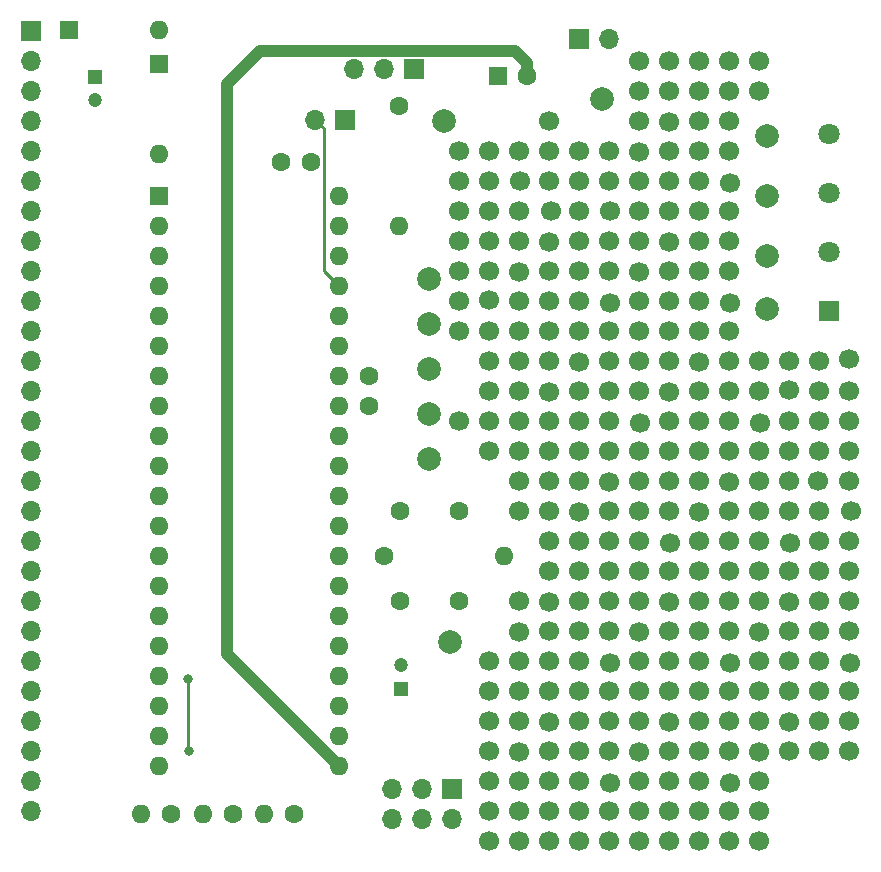
<source format=gbl>
%TF.GenerationSoftware,KiCad,Pcbnew,(6.0.0)*%
%TF.CreationDate,2022-03-13T21:04:06-04:00*%
%TF.ProjectId,panel meter v1,70616e65-6c20-46d6-9574-65722076312e,rev?*%
%TF.SameCoordinates,Original*%
%TF.FileFunction,Copper,L2,Bot*%
%TF.FilePolarity,Positive*%
%FSLAX46Y46*%
G04 Gerber Fmt 4.6, Leading zero omitted, Abs format (unit mm)*
G04 Created by KiCad (PCBNEW (6.0.0)) date 2022-03-13 21:04:06*
%MOMM*%
%LPD*%
G01*
G04 APERTURE LIST*
%TA.AperFunction,ComponentPad*%
%ADD10C,1.700000*%
%TD*%
%TA.AperFunction,ComponentPad*%
%ADD11R,1.600000X1.600000*%
%TD*%
%TA.AperFunction,ComponentPad*%
%ADD12O,1.600000X1.600000*%
%TD*%
%TA.AperFunction,ComponentPad*%
%ADD13R,1.700000X1.700000*%
%TD*%
%TA.AperFunction,ComponentPad*%
%ADD14O,1.700000X1.700000*%
%TD*%
%TA.AperFunction,ComponentPad*%
%ADD15C,1.600000*%
%TD*%
%TA.AperFunction,ComponentPad*%
%ADD16C,2.000000*%
%TD*%
%TA.AperFunction,ComponentPad*%
%ADD17R,1.200000X1.200000*%
%TD*%
%TA.AperFunction,ComponentPad*%
%ADD18C,1.200000*%
%TD*%
%TA.AperFunction,ComponentPad*%
%ADD19R,1.800000X1.800000*%
%TD*%
%TA.AperFunction,ComponentPad*%
%ADD20C,1.800000*%
%TD*%
%TA.AperFunction,ViaPad*%
%ADD21C,0.800000*%
%TD*%
%TA.AperFunction,Conductor*%
%ADD22C,0.250000*%
%TD*%
%TA.AperFunction,Conductor*%
%ADD23C,1.000000*%
%TD*%
G04 APERTURE END LIST*
D10*
%TO.P,REF\u002A\u002A,1*%
%TO.N,N/C*%
X114300000Y-88900000D03*
%TD*%
%TO.P,REF\u002A\u002A,1*%
%TO.N,N/C*%
X111760000Y-60960000D03*
%TD*%
%TO.P,REF\u002A\u002A,1*%
%TO.N,N/C*%
X127058021Y-86510442D03*
%TD*%
%TO.P,REF\u002A\u002A,1*%
%TO.N,N/C*%
X106680000Y-96520000D03*
%TD*%
%TO.P,REF\u002A\u002A,1*%
%TO.N,N/C*%
X109202800Y-91439999D03*
%TD*%
%TO.P,REF\u002A\u002A,1*%
%TO.N,N/C*%
X116840000Y-106680000D03*
%TD*%
%TO.P,REF\u002A\u002A,1*%
%TO.N,N/C*%
X114300000Y-86360000D03*
%TD*%
%TO.P,REF\u002A\u002A,1*%
%TO.N,N/C*%
X104140000Y-78740000D03*
%TD*%
%TO.P,REF\u002A\u002A,1*%
%TO.N,N/C*%
X106646471Y-73701692D03*
%TD*%
%TO.P,REF\u002A\u002A,1*%
%TO.N,N/C*%
X132080000Y-101600000D03*
%TD*%
%TO.P,REF\u002A\u002A,1*%
%TO.N,N/C*%
X106680000Y-111769036D03*
%TD*%
%TO.P,REF\u002A\u002A,1*%
%TO.N,N/C*%
X99060000Y-66040000D03*
%TD*%
%TO.P,REF\u002A\u002A,1*%
%TO.N,N/C*%
X132080000Y-76200000D03*
%TD*%
%TO.P,REF\u002A\u002A,1*%
%TO.N,N/C*%
X106680000Y-55880000D03*
%TD*%
%TO.P,REF\u002A\u002A,1*%
%TO.N,N/C*%
X124460000Y-73660000D03*
%TD*%
%TO.P,REF\u002A\u002A,1*%
%TO.N,N/C*%
X124442800Y-83794635D03*
%TD*%
D11*
%TO.P,U1,1,V+*%
%TO.N,+5V*%
X73655000Y-57155000D03*
D12*
%TO.P,U1,2,D1*%
%TO.N,/D1*%
X73655000Y-59695000D03*
%TO.P,U1,3,C1*%
%TO.N,/C1*%
X73655000Y-62235000D03*
%TO.P,U1,4,B1*%
%TO.N,/B1*%
X73655000Y-64775000D03*
%TO.P,U1,5,A1*%
%TO.N,/A1*%
X73655000Y-67315000D03*
%TO.P,U1,6,F1*%
%TO.N,/F1*%
X73655000Y-69855000D03*
%TO.P,U1,7,G1*%
%TO.N,/G1*%
X73655000Y-72395000D03*
%TO.P,U1,8,E1*%
%TO.N,/E1*%
X73655000Y-74935000D03*
%TO.P,U1,9,D2*%
%TO.N,/D2*%
X73655000Y-77475000D03*
%TO.P,U1,10,C2*%
%TO.N,/C2*%
X73655000Y-80015000D03*
%TO.P,U1,11,B2*%
%TO.N,/B2*%
X73655000Y-82555000D03*
%TO.P,U1,12,A2*%
%TO.N,/A2*%
X73655000Y-85095000D03*
%TO.P,U1,13,F2*%
%TO.N,/F2*%
X73655000Y-87635000D03*
%TO.P,U1,14,E2*%
%TO.N,/E2*%
X73655000Y-90175000D03*
%TO.P,U1,15,D3*%
%TO.N,/D3*%
X73655000Y-92715000D03*
%TO.P,U1,16,B3*%
%TO.N,/B3*%
X73655000Y-95255000D03*
%TO.P,U1,17,F3*%
%TO.N,/F3*%
X73655000Y-97795000D03*
%TO.P,U1,18,E3*%
%TO.N,/E3*%
X73655000Y-100335000D03*
%TO.P,U1,19,AB4*%
%TO.N,/BC4*%
X73655000Y-102875000D03*
%TO.P,U1,20,POL*%
%TO.N,/POL*%
X73655000Y-105415000D03*
%TO.P,U1,21,BP/GND*%
%TO.N,GND*%
X88895000Y-105415000D03*
%TO.P,U1,22,G3*%
%TO.N,/G3*%
X88895000Y-102875000D03*
%TO.P,U1,23,A3*%
%TO.N,/A3*%
X88895000Y-100335000D03*
%TO.P,U1,24,C3*%
%TO.N,/C3*%
X88895000Y-97795000D03*
%TO.P,U1,25,G2*%
%TO.N,/G2*%
X88895000Y-95255000D03*
%TO.P,U1,26,V-*%
%TO.N,/V-*%
X88895000Y-92715000D03*
%TO.P,U1,27,INT*%
%TO.N,Net-(C5-Pad1)*%
X88895000Y-90175000D03*
%TO.P,U1,28,BUFF*%
%TO.N,Net-(R1-Pad1)*%
X88895000Y-87635000D03*
%TO.P,U1,29,A-Z*%
%TO.N,Net-(C4-Pad1)*%
X88895000Y-85095000D03*
%TO.P,U1,30,IN_LO*%
%TO.N,Net-(U1-Pad30)*%
X88895000Y-82555000D03*
%TO.P,U1,31,IN_HI*%
%TO.N,Net-(U1-Pad31)*%
X88895000Y-80015000D03*
%TO.P,U1,32,COMMON*%
%TO.N,Net-(U1-Pad32)*%
X88895000Y-77475000D03*
%TO.P,U1,33,CREF-*%
%TO.N,Net-(C1-Pad2)*%
X88895000Y-74935000D03*
%TO.P,U1,34,CREF+*%
%TO.N,Net-(C1-Pad1)*%
X88895000Y-72395000D03*
%TO.P,U1,35,REF_LO*%
%TO.N,Net-(U1-Pad35)*%
X88895000Y-69855000D03*
%TO.P,U1,36,REF_HI*%
%TO.N,Net-(U1-Pad36)*%
X88895000Y-67315000D03*
%TO.P,U1,37,TEST*%
%TO.N,Net-(U1-Pad37)*%
X88895000Y-64775000D03*
%TO.P,U1,38,OSC3*%
%TO.N,Net-(C3-Pad2)*%
X88895000Y-62235000D03*
%TO.P,U1,39,OSC2*%
%TO.N,Net-(R2-Pad2)*%
X88895000Y-59695000D03*
%TO.P,U1,40,OSC1*%
%TO.N,Net-(C3-Pad1)*%
X88895000Y-57155000D03*
%TD*%
D10*
%TO.P,REF\u002A\u002A,1*%
%TO.N,N/C*%
X116848164Y-61027056D03*
%TD*%
%TO.P,REF\u002A\u002A,1*%
%TO.N,N/C*%
X116840000Y-58420000D03*
%TD*%
%TO.P,REF\u002A\u002A,1*%
%TO.N,N/C*%
X119380000Y-96520000D03*
%TD*%
%TO.P,REF\u002A\u002A,1*%
%TO.N,N/C*%
X106680000Y-109220000D03*
%TD*%
%TO.P,REF\u002A\u002A,1*%
%TO.N,N/C*%
X114299999Y-58410964D03*
%TD*%
%TO.P,REF\u002A\u002A,1*%
%TO.N,N/C*%
X104140000Y-53340000D03*
%TD*%
D11*
%TO.P,D2,1,K*%
%TO.N,Net-(D1-Pad2)*%
X73660000Y-45974000D03*
D12*
%TO.P,D2,2,A*%
%TO.N,+5V*%
X73660000Y-53594000D03*
%TD*%
D10*
%TO.P,REF\u002A\u002A,1*%
%TO.N,N/C*%
X109220000Y-55880000D03*
%TD*%
D13*
%TO.P,J1,1,Pin_1*%
%TO.N,+5V*%
X95235000Y-46380000D03*
D14*
%TO.P,J1,2,Pin_2*%
%TO.N,/Input*%
X92695000Y-46380000D03*
%TO.P,J1,3,Pin_3*%
%TO.N,unconnected-(J1-Pad3)*%
X90155000Y-46380000D03*
%TD*%
D10*
%TO.P,REF\u002A\u002A,1*%
%TO.N,N/C*%
X121920000Y-83820000D03*
%TD*%
%TO.P,REF\u002A\u002A,1*%
%TO.N,N/C*%
X109220000Y-53340000D03*
%TD*%
%TO.P,REF\u002A\u002A,1*%
%TO.N,N/C*%
X127000000Y-93980000D03*
%TD*%
%TO.P,REF\u002A\u002A,1*%
%TO.N,N/C*%
X111760000Y-91440000D03*
%TD*%
%TO.P,REF\u002A\u002A,1*%
%TO.N,N/C*%
X101600000Y-55880000D03*
%TD*%
%TO.P,REF\u002A\u002A,1*%
%TO.N,N/C*%
X121920000Y-104140000D03*
%TD*%
%TO.P,REF\u002A\u002A,1*%
%TO.N,N/C*%
X99060000Y-76200000D03*
%TD*%
%TO.P,REF\u002A\u002A,1*%
%TO.N,N/C*%
X106673262Y-83819999D03*
%TD*%
%TO.P,REF\u002A\u002A,1*%
%TO.N,N/C*%
X111760000Y-76200000D03*
%TD*%
%TO.P,REF\u002A\u002A,1*%
%TO.N,N/C*%
X109220000Y-109220000D03*
%TD*%
%TO.P,REF\u002A\u002A,1*%
%TO.N,N/C*%
X114266471Y-53381692D03*
%TD*%
%TO.P,REF\u002A\u002A,1*%
%TO.N,N/C*%
X124460000Y-71120000D03*
%TD*%
%TO.P,REF\u002A\u002A,1*%
%TO.N,N/C*%
X129522800Y-104114635D03*
%TD*%
D15*
%TO.P,C1,1*%
%TO.N,Net-(C1-Pad1)*%
X91440000Y-72410000D03*
%TO.P,C1,2*%
%TO.N,Net-(C1-Pad2)*%
X91440000Y-74910000D03*
%TD*%
D10*
%TO.P,REF\u002A\u002A,1*%
%TO.N,N/C*%
X121920000Y-58420000D03*
%TD*%
%TO.P,REF\u002A\u002A,1*%
%TO.N,N/C*%
X119362800Y-91439999D03*
%TD*%
%TO.P,REF\u002A\u002A,1*%
%TO.N,N/C*%
X109220000Y-111769036D03*
%TD*%
%TO.P,REF\u002A\u002A,1*%
%TO.N,N/C*%
X111760000Y-68580000D03*
%TD*%
%TO.P,REF\u002A\u002A,1*%
%TO.N,N/C*%
X119380000Y-68580000D03*
%TD*%
%TO.P,REF\u002A\u002A,1*%
%TO.N,N/C*%
X114266471Y-104181692D03*
%TD*%
%TO.P,REF\u002A\u002A,1*%
%TO.N,N/C*%
X116898021Y-86510442D03*
%TD*%
%TO.P,REF\u002A\u002A,1*%
%TO.N,N/C*%
X101600000Y-71120000D03*
%TD*%
%TO.P,REF\u002A\u002A,1*%
%TO.N,N/C*%
X119379999Y-81279999D03*
%TD*%
D16*
%TO.P,J16,1,Pin_1*%
%TO.N,Net-(J16-Pad1)*%
X125095000Y-52070000D03*
%TD*%
D10*
%TO.P,REF\u002A\u002A,1*%
%TO.N,N/C*%
X101600000Y-53340000D03*
%TD*%
D16*
%TO.P,J4,1,Pin_1*%
%TO.N,GND*%
X111125000Y-48895000D03*
%TD*%
D13*
%TO.P,J2,1,Pin_1*%
%TO.N,/Input*%
X109220000Y-43815000D03*
D14*
%TO.P,J2,2,Pin_2*%
%TO.N,GND*%
X111760000Y-43815000D03*
%TD*%
D10*
%TO.P,REF\u002A\u002A,1*%
%TO.N,N/C*%
X124426471Y-104181692D03*
%TD*%
%TO.P,REF\u002A\u002A,1*%
%TO.N,N/C*%
X124518021Y-76350442D03*
%TD*%
%TO.P,REF\u002A\u002A,1*%
%TO.N,N/C*%
X119362800Y-101599999D03*
%TD*%
%TO.P,REF\u002A\u002A,1*%
%TO.N,N/C*%
X116840000Y-63500000D03*
%TD*%
%TO.P,REF\u002A\u002A,1*%
%TO.N,N/C*%
X101600000Y-106680000D03*
%TD*%
%TO.P,REF\u002A\u002A,1*%
%TO.N,N/C*%
X104139999Y-101599999D03*
%TD*%
%TO.P,REF\u002A\u002A,1*%
%TO.N,N/C*%
X116840000Y-48260000D03*
%TD*%
%TO.P,REF\u002A\u002A,1*%
%TO.N,N/C*%
X101591835Y-60957859D03*
%TD*%
D15*
%TO.P,C3,1*%
%TO.N,Net-(C3-Pad1)*%
X86467000Y-54229000D03*
%TO.P,C3,2*%
%TO.N,Net-(C3-Pad2)*%
X83967000Y-54229000D03*
%TD*%
D10*
%TO.P,REF\u002A\u002A,1*%
%TO.N,N/C*%
X109219999Y-88890964D03*
%TD*%
%TO.P,REF\u002A\u002A,1*%
%TO.N,N/C*%
X124426471Y-94021692D03*
%TD*%
%TO.P,REF\u002A\u002A,1*%
%TO.N,N/C*%
X101600000Y-68580000D03*
%TD*%
%TO.P,REF\u002A\u002A,1*%
%TO.N,N/C*%
X124460000Y-106680000D03*
%TD*%
%TO.P,REF\u002A\u002A,1*%
%TO.N,N/C*%
X132080000Y-81280000D03*
%TD*%
%TO.P,REF\u002A\u002A,1*%
%TO.N,N/C*%
X109228164Y-71187056D03*
%TD*%
%TO.P,REF\u002A\u002A,1*%
%TO.N,N/C*%
X111818021Y-66190442D03*
%TD*%
%TO.P,REF\u002A\u002A,1*%
%TO.N,N/C*%
X121920000Y-68580000D03*
%TD*%
%TO.P,REF\u002A\u002A,1*%
%TO.N,N/C*%
X124460000Y-86360000D03*
%TD*%
%TO.P,REF\u002A\u002A,1*%
%TO.N,N/C*%
X119362800Y-60959999D03*
%TD*%
%TO.P,REF\u002A\u002A,1*%
%TO.N,N/C*%
X106680000Y-76200000D03*
%TD*%
%TO.P,REF\u002A\u002A,1*%
%TO.N,N/C*%
X129540000Y-78740000D03*
%TD*%
%TO.P,REF\u002A\u002A,1*%
%TO.N,N/C*%
X116840000Y-83820000D03*
%TD*%
%TO.P,REF\u002A\u002A,1*%
%TO.N,N/C*%
X114299999Y-109210964D03*
%TD*%
%TO.P,REF\u002A\u002A,1*%
%TO.N,N/C*%
X104139999Y-71105812D03*
%TD*%
%TO.P,REF\u002A\u002A,1*%
%TO.N,N/C*%
X106688164Y-88900000D03*
%TD*%
D17*
%TO.P,C8,1*%
%TO.N,GND*%
X94107000Y-98889600D03*
D18*
%TO.P,C8,2*%
%TO.N,/V-*%
X94107000Y-96889600D03*
%TD*%
D10*
%TO.P,REF\u002A\u002A,1*%
%TO.N,N/C*%
X114300000Y-78740000D03*
%TD*%
%TO.P,REF\u002A\u002A,1*%
%TO.N,N/C*%
X119362800Y-50799999D03*
%TD*%
%TO.P,REF\u002A\u002A,1*%
%TO.N,N/C*%
X114266471Y-94021692D03*
%TD*%
%TO.P,REF\u002A\u002A,1*%
%TO.N,N/C*%
X111760000Y-93980000D03*
%TD*%
%TO.P,REF\u002A\u002A,1*%
%TO.N,N/C*%
X132080000Y-78740000D03*
%TD*%
%TO.P,REF\u002A\u002A,1*%
%TO.N,N/C*%
X101600000Y-109220000D03*
%TD*%
%TO.P,REF\u002A\u002A,1*%
%TO.N,N/C*%
X121978021Y-106830442D03*
%TD*%
%TO.P,REF\u002A\u002A,1*%
%TO.N,N/C*%
X109220000Y-106680000D03*
%TD*%
%TO.P,REF\u002A\u002A,1*%
%TO.N,N/C*%
X104106471Y-104181692D03*
%TD*%
%TO.P,REF\u002A\u002A,1*%
%TO.N,N/C*%
X126983671Y-73601978D03*
%TD*%
%TO.P,REF\u002A\u002A,1*%
%TO.N,N/C*%
X119388164Y-71187056D03*
%TD*%
%TO.P,REF\u002A\u002A,1*%
%TO.N,N/C*%
X129522800Y-101599999D03*
%TD*%
%TO.P,REF\u002A\u002A,1*%
%TO.N,N/C*%
X121920000Y-50800000D03*
%TD*%
%TO.P,REF\u002A\u002A,1*%
%TO.N,N/C*%
X111760000Y-99060000D03*
%TD*%
%TO.P,REF\u002A\u002A,1*%
%TO.N,N/C*%
X119362800Y-53314635D03*
%TD*%
%TO.P,REF\u002A\u002A,1*%
%TO.N,N/C*%
X109220000Y-78740000D03*
%TD*%
%TO.P,REF\u002A\u002A,1*%
%TO.N,N/C*%
X124460000Y-96520000D03*
%TD*%
%TO.P,REF\u002A\u002A,1*%
%TO.N,N/C*%
X109220000Y-73660000D03*
%TD*%
%TO.P,REF\u002A\u002A,1*%
%TO.N,N/C*%
X114300000Y-71120000D03*
%TD*%
D16*
%TO.P,J15,1,Pin_1*%
%TO.N,Net-(J15-Pad1)*%
X125095000Y-57150000D03*
%TD*%
D10*
%TO.P,REF\u002A\u002A,1*%
%TO.N,N/C*%
X101600000Y-101600000D03*
%TD*%
%TO.P,REF\u002A\u002A,1*%
%TO.N,N/C*%
X121920000Y-86360000D03*
%TD*%
%TO.P,REF\u002A\u002A,1*%
%TO.N,N/C*%
X127000000Y-81280000D03*
%TD*%
%TO.P,REF\u002A\u002A,1*%
%TO.N,N/C*%
X121920000Y-78740000D03*
%TD*%
D13*
%TO.P,J12,1,Pin_1*%
%TO.N,+5V*%
X89413000Y-50673000D03*
D14*
%TO.P,J12,2,Pin_2*%
%TO.N,Net-(U1-Pad37)*%
X86873000Y-50673000D03*
%TD*%
D10*
%TO.P,REF\u002A\u002A,1*%
%TO.N,N/C*%
X121978021Y-96670442D03*
%TD*%
%TO.P,REF\u002A\u002A,1*%
%TO.N,N/C*%
X121920000Y-60960000D03*
%TD*%
%TO.P,REF\u002A\u002A,1*%
%TO.N,N/C*%
X99060000Y-68580000D03*
%TD*%
%TO.P,REF\u002A\u002A,1*%
%TO.N,N/C*%
X104130065Y-73626999D03*
%TD*%
%TO.P,REF\u002A\u002A,1*%
%TO.N,N/C*%
X111760000Y-53340000D03*
%TD*%
D16*
%TO.P,J6,1,Pin_1*%
%TO.N,Net-(U1-Pad32)*%
X96520000Y-71755000D03*
%TD*%
D10*
%TO.P,REF\u002A\u002A,1*%
%TO.N,N/C*%
X109220000Y-68580000D03*
%TD*%
%TO.P,REF\u002A\u002A,1*%
%TO.N,N/C*%
X109202800Y-63474635D03*
%TD*%
%TO.P,REF\u002A\u002A,1*%
%TO.N,N/C*%
X99060000Y-55880000D03*
%TD*%
%TO.P,REF\u002A\u002A,1*%
%TO.N,N/C*%
X99060000Y-60960000D03*
%TD*%
%TO.P,REF\u002A\u002A,1*%
%TO.N,N/C*%
X111760000Y-55880000D03*
%TD*%
%TO.P,REF\u002A\u002A,1*%
%TO.N,N/C*%
X104139999Y-91439999D03*
%TD*%
%TO.P,REF\u002A\u002A,1*%
%TO.N,N/C*%
X109220000Y-58420000D03*
%TD*%
%TO.P,REF\u002A\u002A,1*%
%TO.N,N/C*%
X111760000Y-63500000D03*
%TD*%
%TO.P,REF\u002A\u002A,1*%
%TO.N,N/C*%
X116840000Y-109220000D03*
%TD*%
%TO.P,REF\u002A\u002A,1*%
%TO.N,N/C*%
X101600000Y-73660000D03*
%TD*%
%TO.P,REF\u002A\u002A,1*%
%TO.N,N/C*%
X119346471Y-83861692D03*
%TD*%
%TO.P,REF\u002A\u002A,1*%
%TO.N,N/C*%
X111760000Y-78740000D03*
%TD*%
%TO.P,REF\u002A\u002A,1*%
%TO.N,N/C*%
X132080000Y-91440000D03*
%TD*%
%TO.P,REF\u002A\u002A,1*%
%TO.N,N/C*%
X132080000Y-88900000D03*
%TD*%
%TO.P,REF\u002A\u002A,1*%
%TO.N,N/C*%
X129522800Y-91439999D03*
%TD*%
%TO.P,REF\u002A\u002A,1*%
%TO.N,N/C*%
X104139999Y-99050964D03*
%TD*%
%TO.P,REF\u002A\u002A,1*%
%TO.N,N/C*%
X104106471Y-94021692D03*
%TD*%
%TO.P,REF\u002A\u002A,1*%
%TO.N,N/C*%
X104198892Y-55871835D03*
%TD*%
%TO.P,REF\u002A\u002A,1*%
%TO.N,N/C*%
X106680000Y-50800000D03*
%TD*%
%TO.P,REF\u002A\u002A,1*%
%TO.N,N/C*%
X109220000Y-76200000D03*
%TD*%
D16*
%TO.P,J5,1,Pin_1*%
%TO.N,/V-*%
X98298000Y-94869000D03*
%TD*%
D10*
%TO.P,REF\u002A\u002A,1*%
%TO.N,N/C*%
X106680000Y-106680000D03*
%TD*%
%TO.P,REF\u002A\u002A,1*%
%TO.N,N/C*%
X127008164Y-101667056D03*
%TD*%
%TO.P,REF\u002A\u002A,1*%
%TO.N,N/C*%
X116839999Y-78730964D03*
%TD*%
%TO.P,REF\u002A\u002A,1*%
%TO.N,N/C*%
X106680000Y-66040000D03*
%TD*%
%TO.P,REF\u002A\u002A,1*%
%TO.N,N/C*%
X119380000Y-78740000D03*
%TD*%
%TO.P,REF\u002A\u002A,1*%
%TO.N,N/C*%
X114266471Y-63541692D03*
%TD*%
%TO.P,REF\u002A\u002A,1*%
%TO.N,N/C*%
X121920000Y-111769036D03*
%TD*%
%TO.P,REF\u002A\u002A,1*%
%TO.N,N/C*%
X121978021Y-56030442D03*
%TD*%
%TO.P,REF\u002A\u002A,1*%
%TO.N,N/C*%
X127000000Y-83820000D03*
%TD*%
%TO.P,REF\u002A\u002A,1*%
%TO.N,N/C*%
X114299999Y-68570964D03*
%TD*%
%TO.P,REF\u002A\u002A,1*%
%TO.N,N/C*%
X114299999Y-91439999D03*
%TD*%
%TO.P,REF\u002A\u002A,1*%
%TO.N,N/C*%
X121920000Y-93980000D03*
%TD*%
%TO.P,REF\u002A\u002A,1*%
%TO.N,N/C*%
X106680000Y-93980000D03*
%TD*%
%TO.P,REF\u002A\u002A,1*%
%TO.N,N/C*%
X104133262Y-81288164D03*
%TD*%
%TO.P,REF\u002A\u002A,1*%
%TO.N,N/C*%
X116840000Y-76200000D03*
%TD*%
%TO.P,REF\u002A\u002A,1*%
%TO.N,N/C*%
X109202800Y-93954635D03*
%TD*%
%TO.P,REF\u002A\u002A,1*%
%TO.N,N/C*%
X121920000Y-76200000D03*
%TD*%
%TO.P,REF\u002A\u002A,1*%
%TO.N,N/C*%
X101600000Y-111760000D03*
%TD*%
D16*
%TO.P,J8,1,Pin_1*%
%TO.N,Net-(U1-Pad30)*%
X96520000Y-79375000D03*
%TD*%
D10*
%TO.P,REF\u002A\u002A,1*%
%TO.N,N/C*%
X121920000Y-48260000D03*
%TD*%
%TO.P,REF\u002A\u002A,1*%
%TO.N,N/C*%
X124459999Y-101599999D03*
%TD*%
%TO.P,REF\u002A\u002A,1*%
%TO.N,N/C*%
X116840000Y-55880000D03*
%TD*%
D16*
%TO.P,J3,1,Pin_1*%
%TO.N,+5V*%
X97790000Y-50800000D03*
%TD*%
D10*
%TO.P,REF\u002A\u002A,1*%
%TO.N,N/C*%
X124459999Y-109210964D03*
%TD*%
%TO.P,REF\u002A\u002A,1*%
%TO.N,N/C*%
X114300000Y-66040000D03*
%TD*%
%TO.P,REF\u002A\u002A,1*%
%TO.N,N/C*%
X132080000Y-73660000D03*
%TD*%
%TO.P,REF\u002A\u002A,1*%
%TO.N,N/C*%
X104139999Y-68570964D03*
%TD*%
%TO.P,REF\u002A\u002A,1*%
%TO.N,N/C*%
X129540000Y-73660000D03*
%TD*%
%TO.P,REF\u002A\u002A,1*%
%TO.N,N/C*%
X111760000Y-86360000D03*
%TD*%
%TO.P,REF\u002A\u002A,1*%
%TO.N,N/C*%
X114358021Y-76350442D03*
%TD*%
%TO.P,REF\u002A\u002A,1*%
%TO.N,N/C*%
X116840000Y-45720000D03*
%TD*%
%TO.P,REF\u002A\u002A,1*%
%TO.N,N/C*%
X104140000Y-106680000D03*
%TD*%
%TO.P,REF\u002A\u002A,1*%
%TO.N,N/C*%
X114299999Y-101599999D03*
%TD*%
%TO.P,REF\u002A\u002A,1*%
%TO.N,N/C*%
X116840000Y-81280000D03*
%TD*%
%TO.P,REF\u002A\u002A,1*%
%TO.N,N/C*%
X116840000Y-88900000D03*
%TD*%
D15*
%TO.P,R5,1*%
%TO.N,Net-(R5-Pad1)*%
X74676000Y-109474000D03*
D12*
%TO.P,R5,2*%
%TO.N,/DP4*%
X72136000Y-109474000D03*
%TD*%
D10*
%TO.P,REF\u002A\u002A,1*%
%TO.N,N/C*%
X114299999Y-111760000D03*
%TD*%
%TO.P,REF\u002A\u002A,1*%
%TO.N,N/C*%
X119380000Y-66040000D03*
%TD*%
%TO.P,REF\u002A\u002A,1*%
%TO.N,N/C*%
X116848164Y-101667056D03*
%TD*%
%TO.P,REF\u002A\u002A,1*%
%TO.N,N/C*%
X129540000Y-99060000D03*
%TD*%
%TO.P,REF\u002A\u002A,1*%
%TO.N,N/C*%
X129531835Y-76183671D03*
%TD*%
%TO.P,REF\u002A\u002A,1*%
%TO.N,N/C*%
X119380000Y-111769036D03*
%TD*%
%TO.P,REF\u002A\u002A,1*%
%TO.N,N/C*%
X114299999Y-99050964D03*
%TD*%
%TO.P,REF\u002A\u002A,1*%
%TO.N,N/C*%
X116840000Y-104140000D03*
%TD*%
%TO.P,REF\u002A\u002A,1*%
%TO.N,N/C*%
X132138021Y-96670442D03*
%TD*%
%TO.P,REF\u002A\u002A,1*%
%TO.N,N/C*%
X132046471Y-70986756D03*
%TD*%
%TO.P,REF\u002A\u002A,1*%
%TO.N,N/C*%
X106688164Y-91507056D03*
%TD*%
%TO.P,REF\u002A\u002A,1*%
%TO.N,N/C*%
X111742800Y-73634635D03*
%TD*%
%TO.P,REF\u002A\u002A,1*%
%TO.N,N/C*%
X104106471Y-63541692D03*
%TD*%
%TO.P,REF\u002A\u002A,1*%
%TO.N,N/C*%
X101600000Y-99060000D03*
%TD*%
D16*
%TO.P,J7,1,Pin_1*%
%TO.N,Net-(U1-Pad31)*%
X96520000Y-75565000D03*
%TD*%
D10*
%TO.P,REF\u002A\u002A,1*%
%TO.N,N/C*%
X121920000Y-63500000D03*
%TD*%
%TO.P,REF\u002A\u002A,1*%
%TO.N,N/C*%
X121920000Y-109220000D03*
%TD*%
D16*
%TO.P,J9,1,Pin_1*%
%TO.N,Net-(U1-Pad36)*%
X96520000Y-64135000D03*
%TD*%
D10*
%TO.P,REF\u002A\u002A,1*%
%TO.N,N/C*%
X99060000Y-63500000D03*
%TD*%
%TO.P,REF\u002A\u002A,1*%
%TO.N,N/C*%
X129540000Y-88900000D03*
%TD*%
%TO.P,REF\u002A\u002A,1*%
%TO.N,N/C*%
X129540000Y-96520000D03*
%TD*%
%TO.P,REF\u002A\u002A,1*%
%TO.N,N/C*%
X104139999Y-109210964D03*
%TD*%
%TO.P,REF\u002A\u002A,1*%
%TO.N,N/C*%
X109220000Y-99060000D03*
%TD*%
%TO.P,REF\u002A\u002A,1*%
%TO.N,N/C*%
X121902800Y-73634635D03*
%TD*%
D15*
%TO.P,R7,1*%
%TO.N,Net-(R7-Pad1)*%
X85090000Y-109474000D03*
D12*
%TO.P,R7,2*%
%TO.N,/DP2*%
X82550000Y-109474000D03*
%TD*%
D11*
%TO.P,C6,1*%
%TO.N,+5V*%
X102322621Y-46990000D03*
D15*
%TO.P,C6,2*%
%TO.N,GND*%
X104822621Y-46990000D03*
%TD*%
D10*
%TO.P,REF\u002A\u002A,1*%
%TO.N,N/C*%
X116840000Y-53340000D03*
%TD*%
%TO.P,REF\u002A\u002A,1*%
%TO.N,N/C*%
X119380000Y-99060000D03*
%TD*%
%TO.P,REF\u002A\u002A,1*%
%TO.N,N/C*%
X124459999Y-99050964D03*
%TD*%
%TO.P,REF\u002A\u002A,1*%
%TO.N,N/C*%
X109219999Y-81279999D03*
%TD*%
%TO.P,REF\u002A\u002A,1*%
%TO.N,N/C*%
X109220000Y-96520000D03*
%TD*%
%TO.P,REF\u002A\u002A,1*%
%TO.N,N/C*%
X111760000Y-104140000D03*
%TD*%
%TO.P,REF\u002A\u002A,1*%
%TO.N,N/C*%
X114300000Y-73660000D03*
%TD*%
%TO.P,REF\u002A\u002A,1*%
%TO.N,N/C*%
X121920000Y-45720000D03*
%TD*%
%TO.P,REF\u002A\u002A,1*%
%TO.N,N/C*%
X119380000Y-109220000D03*
%TD*%
D15*
%TO.P,C4,1*%
%TO.N,Net-(C4-Pad1)*%
X94020000Y-83820000D03*
%TO.P,C4,2*%
%TO.N,Net-(C4-Pad2)*%
X99020000Y-83820000D03*
%TD*%
D10*
%TO.P,REF\u002A\u002A,1*%
%TO.N,N/C*%
X121920000Y-99060000D03*
%TD*%
D16*
%TO.P,J10,1,Pin_1*%
%TO.N,Net-(U1-Pad35)*%
X96520000Y-67945000D03*
%TD*%
D10*
%TO.P,REF\u002A\u002A,1*%
%TO.N,N/C*%
X106688164Y-61027056D03*
%TD*%
D15*
%TO.P,R1,1*%
%TO.N,Net-(R1-Pad1)*%
X92710000Y-87630000D03*
D12*
%TO.P,R1,2*%
%TO.N,Net-(C4-Pad2)*%
X102870000Y-87630000D03*
%TD*%
D10*
%TO.P,REF\u002A\u002A,1*%
%TO.N,N/C*%
X124460000Y-45720000D03*
%TD*%
%TO.P,REF\u002A\u002A,1*%
%TO.N,N/C*%
X104140000Y-66040000D03*
%TD*%
%TO.P,REF\u002A\u002A,1*%
%TO.N,N/C*%
X119380000Y-58420000D03*
%TD*%
%TO.P,REF\u002A\u002A,1*%
%TO.N,N/C*%
X132080000Y-86360000D03*
%TD*%
%TO.P,REF\u002A\u002A,1*%
%TO.N,N/C*%
X127000000Y-96520000D03*
%TD*%
D15*
%TO.P,R6,1*%
%TO.N,Net-(R6-Pad1)*%
X79883000Y-109474000D03*
D12*
%TO.P,R6,2*%
%TO.N,/DP3*%
X77343000Y-109474000D03*
%TD*%
D10*
%TO.P,REF\u002A\u002A,1*%
%TO.N,N/C*%
X111760000Y-101600000D03*
%TD*%
%TO.P,REF\u002A\u002A,1*%
%TO.N,N/C*%
X99060000Y-58420000D03*
%TD*%
%TO.P,REF\u002A\u002A,1*%
%TO.N,N/C*%
X101600000Y-63500000D03*
%TD*%
%TO.P,REF\u002A\u002A,1*%
%TO.N,N/C*%
X114282800Y-81279999D03*
%TD*%
%TO.P,REF\u002A\u002A,1*%
%TO.N,N/C*%
X132080000Y-104140000D03*
%TD*%
%TO.P,REF\u002A\u002A,1*%
%TO.N,N/C*%
X114300000Y-106680000D03*
%TD*%
%TO.P,REF\u002A\u002A,1*%
%TO.N,N/C*%
X129540000Y-83820000D03*
%TD*%
D13*
%TO.P,J11,1,Pin_1*%
%TO.N,GND*%
X98410000Y-107310000D03*
D14*
%TO.P,J11,2,Pin_2*%
%TO.N,Net-(R7-Pad1)*%
X98410000Y-109850000D03*
%TO.P,J11,3,Pin_3*%
%TO.N,GND*%
X95870000Y-107310000D03*
%TO.P,J11,4,Pin_4*%
%TO.N,Net-(R6-Pad1)*%
X95870000Y-109850000D03*
%TO.P,J11,5,Pin_5*%
%TO.N,GND*%
X93330000Y-107310000D03*
%TO.P,J11,6,Pin_6*%
%TO.N,Net-(R5-Pad1)*%
X93330000Y-109850000D03*
%TD*%
D10*
%TO.P,REF\u002A\u002A,1*%
%TO.N,N/C*%
X119362800Y-93954635D03*
%TD*%
%TO.P,REF\u002A\u002A,1*%
%TO.N,N/C*%
X121902800Y-71119999D03*
%TD*%
D15*
%TO.P,R2,1*%
%TO.N,Net-(C3-Pad1)*%
X93980000Y-49530000D03*
D12*
%TO.P,R2,2*%
%TO.N,Net-(R2-Pad2)*%
X93980000Y-59690000D03*
%TD*%
D10*
%TO.P,REF\u002A\u002A,1*%
%TO.N,N/C*%
X119362800Y-63474635D03*
%TD*%
%TO.P,REF\u002A\u002A,1*%
%TO.N,N/C*%
X106680000Y-53340000D03*
%TD*%
%TO.P,REF\u002A\u002A,1*%
%TO.N,N/C*%
X104140000Y-58420000D03*
%TD*%
%TO.P,REF\u002A\u002A,1*%
%TO.N,N/C*%
X111818021Y-106830442D03*
%TD*%
%TO.P,REF\u002A\u002A,1*%
%TO.N,N/C*%
X129464778Y-81279999D03*
%TD*%
%TO.P,REF\u002A\u002A,1*%
%TO.N,N/C*%
X119380000Y-86360000D03*
%TD*%
%TO.P,REF\u002A\u002A,1*%
%TO.N,N/C*%
X109186471Y-83861692D03*
%TD*%
%TO.P,REF\u002A\u002A,1*%
%TO.N,N/C*%
X124459999Y-91439999D03*
%TD*%
D15*
%TO.P,C5,1*%
%TO.N,Net-(C5-Pad1)*%
X94020000Y-91440000D03*
%TO.P,C5,2*%
%TO.N,Net-(C4-Pad2)*%
X99020000Y-91440000D03*
%TD*%
D10*
%TO.P,REF\u002A\u002A,1*%
%TO.N,N/C*%
X106680000Y-86360000D03*
%TD*%
%TO.P,REF\u002A\u002A,1*%
%TO.N,N/C*%
X106680000Y-81280000D03*
%TD*%
%TO.P,REF\u002A\u002A,1*%
%TO.N,N/C*%
X121920000Y-88900000D03*
%TD*%
%TO.P,REF\u002A\u002A,1*%
%TO.N,N/C*%
X109202800Y-60959999D03*
%TD*%
%TO.P,REF\u002A\u002A,1*%
%TO.N,N/C*%
X111760000Y-88900000D03*
%TD*%
%TO.P,REF\u002A\u002A,1*%
%TO.N,N/C*%
X101600000Y-96520000D03*
%TD*%
%TO.P,REF\u002A\u002A,1*%
%TO.N,N/C*%
X104130065Y-76209934D03*
%TD*%
%TO.P,REF\u002A\u002A,1*%
%TO.N,N/C*%
X106680000Y-63500000D03*
%TD*%
%TO.P,REF\u002A\u002A,1*%
%TO.N,N/C*%
X116839999Y-71119999D03*
%TD*%
%TO.P,REF\u002A\u002A,1*%
%TO.N,N/C*%
X114282800Y-83794635D03*
%TD*%
%TO.P,REF\u002A\u002A,1*%
%TO.N,N/C*%
X111742800Y-71119999D03*
%TD*%
%TO.P,REF\u002A\u002A,1*%
%TO.N,N/C*%
X111809857Y-58419999D03*
%TD*%
%TO.P,REF\u002A\u002A,1*%
%TO.N,N/C*%
X127000000Y-99060000D03*
%TD*%
%TO.P,REF\u002A\u002A,1*%
%TO.N,N/C*%
X104140000Y-96520000D03*
%TD*%
%TO.P,REF\u002A\u002A,1*%
%TO.N,N/C*%
X129522800Y-93954635D03*
%TD*%
%TO.P,REF\u002A\u002A,1*%
%TO.N,N/C*%
X124460000Y-88900000D03*
%TD*%
%TO.P,REF\u002A\u002A,1*%
%TO.N,N/C*%
X109202800Y-101599999D03*
%TD*%
%TO.P,REF\u002A\u002A,1*%
%TO.N,N/C*%
X124460000Y-48260000D03*
%TD*%
%TO.P,REF\u002A\u002A,1*%
%TO.N,N/C*%
X114300000Y-96520000D03*
%TD*%
%TO.P,REF\u002A\u002A,1*%
%TO.N,N/C*%
X116848164Y-50867056D03*
%TD*%
%TO.P,REF\u002A\u002A,1*%
%TO.N,N/C*%
X114300000Y-55880000D03*
%TD*%
%TO.P,REF\u002A\u002A,1*%
%TO.N,N/C*%
X109220000Y-86360000D03*
%TD*%
%TO.P,REF\u002A\u002A,1*%
%TO.N,N/C*%
X114299999Y-50799999D03*
%TD*%
D17*
%TO.P,C7,1*%
%TO.N,Net-(C7-Pad1)*%
X68199000Y-47033401D03*
D18*
%TO.P,C7,2*%
%TO.N,Net-(C7-Pad2)*%
X68199000Y-49033401D03*
%TD*%
D10*
%TO.P,REF\u002A\u002A,1*%
%TO.N,N/C*%
X104139999Y-60959999D03*
%TD*%
%TO.P,REF\u002A\u002A,1*%
%TO.N,N/C*%
X119380000Y-76200000D03*
%TD*%
%TO.P,REF\u002A\u002A,1*%
%TO.N,N/C*%
X119380000Y-45720000D03*
%TD*%
D11*
%TO.P,D1,1,K*%
%TO.N,/Anode*%
X66040000Y-43053000D03*
D12*
%TO.P,D1,2,A*%
%TO.N,Net-(D1-Pad2)*%
X73660000Y-43053000D03*
%TD*%
D19*
%TO.P,J18,1,1*%
%TO.N,Net-(J17-Pad1)*%
X130360000Y-66862500D03*
D20*
%TO.P,J18,2,2*%
%TO.N,Net-(J14-Pad1)*%
X130360000Y-61862500D03*
%TO.P,J18,3,3*%
%TO.N,Net-(J15-Pad1)*%
X130360000Y-56862500D03*
%TO.P,J18,4,4*%
%TO.N,Net-(J16-Pad1)*%
X130360000Y-51862500D03*
%TD*%
D10*
%TO.P,REF\u002A\u002A,1*%
%TO.N,N/C*%
X116840000Y-111769036D03*
%TD*%
%TO.P,REF\u002A\u002A,1*%
%TO.N,N/C*%
X101600000Y-78740000D03*
%TD*%
%TO.P,REF\u002A\u002A,1*%
%TO.N,N/C*%
X121920000Y-53340000D03*
%TD*%
%TO.P,REF\u002A\u002A,1*%
%TO.N,N/C*%
X109220000Y-66040000D03*
%TD*%
%TO.P,REF\u002A\u002A,1*%
%TO.N,N/C*%
X127000000Y-104140000D03*
%TD*%
%TO.P,REF\u002A\u002A,1*%
%TO.N,N/C*%
X129540000Y-71120000D03*
%TD*%
%TO.P,REF\u002A\u002A,1*%
%TO.N,N/C*%
X101600000Y-58420000D03*
%TD*%
%TO.P,REF\u002A\u002A,1*%
%TO.N,N/C*%
X106680000Y-68580000D03*
%TD*%
%TO.P,REF\u002A\u002A,1*%
%TO.N,N/C*%
X124459999Y-111760000D03*
%TD*%
%TO.P,REF\u002A\u002A,1*%
%TO.N,N/C*%
X106679999Y-71119999D03*
%TD*%
%TO.P,REF\u002A\u002A,1*%
%TO.N,N/C*%
X121978021Y-66190442D03*
%TD*%
%TO.P,REF\u002A\u002A,1*%
%TO.N,N/C*%
X132080000Y-99060000D03*
%TD*%
%TO.P,REF\u002A\u002A,1*%
%TO.N,N/C*%
X121920000Y-101600000D03*
%TD*%
%TO.P,REF\u002A\u002A,1*%
%TO.N,N/C*%
X101600000Y-76200000D03*
%TD*%
%TO.P,REF\u002A\u002A,1*%
%TO.N,N/C*%
X106680000Y-104140000D03*
%TD*%
%TO.P,REF\u002A\u002A,1*%
%TO.N,N/C*%
X101547130Y-65942426D03*
%TD*%
%TO.P,REF\u002A\u002A,1*%
%TO.N,N/C*%
X116848164Y-91507056D03*
%TD*%
%TO.P,REF\u002A\u002A,1*%
%TO.N,N/C*%
X116840000Y-96520000D03*
%TD*%
%TO.P,REF\u002A\u002A,1*%
%TO.N,N/C*%
X104125098Y-83819999D03*
%TD*%
%TO.P,REF\u002A\u002A,1*%
%TO.N,N/C*%
X104139999Y-111760000D03*
%TD*%
%TO.P,REF\u002A\u002A,1*%
%TO.N,N/C*%
X109202800Y-104114635D03*
%TD*%
%TO.P,REF\u002A\u002A,1*%
%TO.N,N/C*%
X106814113Y-58386471D03*
%TD*%
%TO.P,REF\u002A\u002A,1*%
%TO.N,N/C*%
X106679999Y-78730964D03*
%TD*%
%TO.P,REF\u002A\u002A,1*%
%TO.N,N/C*%
X111760000Y-111769036D03*
%TD*%
%TO.P,REF\u002A\u002A,1*%
%TO.N,N/C*%
X111760000Y-83820000D03*
%TD*%
%TO.P,REF\u002A\u002A,1*%
%TO.N,N/C*%
X127008164Y-91507056D03*
%TD*%
%TO.P,REF\u002A\u002A,1*%
%TO.N,N/C*%
X121928164Y-81347056D03*
%TD*%
%TO.P,REF\u002A\u002A,1*%
%TO.N,N/C*%
X114300000Y-48260000D03*
%TD*%
%TO.P,REF\u002A\u002A,1*%
%TO.N,N/C*%
X106688164Y-101667056D03*
%TD*%
%TO.P,REF\u002A\u002A,1*%
%TO.N,N/C*%
X129531835Y-86342800D03*
%TD*%
%TO.P,REF\u002A\u002A,1*%
%TO.N,N/C*%
X101600000Y-104140000D03*
%TD*%
%TO.P,REF\u002A\u002A,1*%
%TO.N,N/C*%
X99060000Y-53340000D03*
%TD*%
%TO.P,REF\u002A\u002A,1*%
%TO.N,N/C*%
X116840000Y-93980000D03*
%TD*%
%TO.P,REF\u002A\u002A,1*%
%TO.N,N/C*%
X127000000Y-71120000D03*
%TD*%
%TO.P,REF\u002A\u002A,1*%
%TO.N,N/C*%
X119380000Y-55880000D03*
%TD*%
%TO.P,REF\u002A\u002A,1*%
%TO.N,N/C*%
X114299999Y-60959999D03*
%TD*%
%TO.P,REF\u002A\u002A,1*%
%TO.N,N/C*%
X116840000Y-66040000D03*
%TD*%
%TO.P,REF\u002A\u002A,1*%
%TO.N,N/C*%
X124442800Y-81279999D03*
%TD*%
%TO.P,REF\u002A\u002A,1*%
%TO.N,N/C*%
X132080000Y-93980000D03*
%TD*%
%TO.P,REF\u002A\u002A,1*%
%TO.N,N/C*%
X127000000Y-78740000D03*
%TD*%
%TO.P,REF\u002A\u002A,1*%
%TO.N,N/C*%
X119379999Y-88890964D03*
%TD*%
%TO.P,REF\u002A\u002A,1*%
%TO.N,N/C*%
X119380000Y-106680000D03*
%TD*%
%TO.P,REF\u002A\u002A,1*%
%TO.N,N/C*%
X127000000Y-76200000D03*
%TD*%
D16*
%TO.P,J14,1,Pin_1*%
%TO.N,Net-(J14-Pad1)*%
X125095000Y-62230000D03*
%TD*%
D10*
%TO.P,REF\u002A\u002A,1*%
%TO.N,N/C*%
X114300000Y-45720000D03*
%TD*%
D16*
%TO.P,J17,1,Pin_1*%
%TO.N,Net-(J17-Pad1)*%
X125095000Y-66675000D03*
%TD*%
D10*
%TO.P,REF\u002A\u002A,1*%
%TO.N,N/C*%
X111768164Y-81347056D03*
%TD*%
%TO.P,REF\u002A\u002A,1*%
%TO.N,N/C*%
X116806471Y-73701692D03*
%TD*%
%TO.P,REF\u002A\u002A,1*%
%TO.N,N/C*%
X119380000Y-73660000D03*
%TD*%
%TO.P,REF\u002A\u002A,1*%
%TO.N,N/C*%
X121920000Y-91440000D03*
%TD*%
%TO.P,REF\u002A\u002A,1*%
%TO.N,N/C*%
X111760000Y-109220000D03*
%TD*%
%TO.P,REF\u002A\u002A,1*%
%TO.N,N/C*%
X127000000Y-88900000D03*
%TD*%
%TO.P,REF\u002A\u002A,1*%
%TO.N,N/C*%
X116840000Y-99060000D03*
%TD*%
%TO.P,REF\u002A\u002A,1*%
%TO.N,N/C*%
X116840000Y-68580000D03*
%TD*%
%TO.P,REF\u002A\u002A,1*%
%TO.N,N/C*%
X124460000Y-78740000D03*
%TD*%
%TO.P,REF\u002A\u002A,1*%
%TO.N,N/C*%
X119362800Y-104114635D03*
%TD*%
%TO.P,REF\u002A\u002A,1*%
%TO.N,N/C*%
X119380000Y-48260000D03*
%TD*%
%TO.P,REF\u002A\u002A,1*%
%TO.N,N/C*%
X132180585Y-83794635D03*
%TD*%
%TO.P,REF\u002A\u002A,1*%
%TO.N,N/C*%
X111818021Y-96670442D03*
%TD*%
%TO.P,REF\u002A\u002A,1*%
%TO.N,N/C*%
X106680000Y-99060000D03*
%TD*%
D13*
%TO.P,J13,1,Pin_1*%
%TO.N,/Anode*%
X62795000Y-43175000D03*
D14*
%TO.P,J13,2,Pin_2*%
%TO.N,/C1*%
X62795000Y-45715000D03*
%TO.P,J13,3,Pin_3*%
%TO.N,/D1*%
X62795000Y-48255000D03*
%TO.P,J13,4,Pin_4*%
%TO.N,/E1*%
X62795000Y-50795000D03*
%TO.P,J13,5,Pin_5*%
%TO.N,/B1*%
X62795000Y-53335000D03*
%TO.P,J13,6,Pin_6*%
%TO.N,/A1*%
X62795000Y-55875000D03*
%TO.P,J13,7,Pin_7*%
%TO.N,/DP2*%
X62795000Y-58415000D03*
%TO.P,J13,8,Pin_8*%
%TO.N,/F1*%
X62795000Y-60955000D03*
%TO.P,J13,9,Pin_9*%
%TO.N,/G1*%
X62795000Y-63495000D03*
%TO.P,J13,10,Pin_10*%
%TO.N,/B2*%
X62795000Y-66035000D03*
%TO.P,J13,11,Pin_11*%
%TO.N,/A2*%
X62795000Y-68575000D03*
%TO.P,J13,12,Pin_12*%
%TO.N,/C2*%
X62795000Y-71115000D03*
%TO.P,J13,13,Pin_13*%
%TO.N,/D2*%
X62795000Y-73655000D03*
%TO.P,J13,14,Pin_14*%
%TO.N,/F2*%
X62795000Y-76195000D03*
%TO.P,J13,15,Pin_15*%
%TO.N,/G2*%
X62795000Y-78735000D03*
%TO.P,J13,16,Pin_16*%
%TO.N,/B3*%
X62795000Y-81275000D03*
%TO.P,J13,17,Pin_17*%
%TO.N,/A3*%
X62795000Y-83815000D03*
%TO.P,J13,18,Pin_18*%
%TO.N,/E2*%
X62795000Y-86355000D03*
%TO.P,J13,19,Pin_19*%
%TO.N,/F3*%
X62795000Y-88895000D03*
%TO.P,J13,20,Pin_20*%
%TO.N,/G3*%
X62795000Y-91435000D03*
%TO.P,J13,21,Pin_21*%
%TO.N,/DP3*%
X62795000Y-93975000D03*
%TO.P,J13,22,Pin_22*%
%TO.N,/C3*%
X62795000Y-96515000D03*
%TO.P,J13,23,Pin_23*%
%TO.N,/D3*%
X62795000Y-99055000D03*
%TO.P,J13,24,Pin_24*%
%TO.N,/E3*%
X62795000Y-101595000D03*
%TO.P,J13,25,Pin_25*%
%TO.N,/DP4*%
X62795000Y-104135000D03*
%TO.P,J13,26,Pin_26*%
%TO.N,/BC4*%
X62795000Y-106675000D03*
%TO.P,J13,27,Pin_27*%
%TO.N,/POL*%
X62795000Y-109215000D03*
%TD*%
D21*
%TO.N,GND*%
X79375000Y-52070000D03*
%TO.N,/D3*%
X76073000Y-98044000D03*
X76200000Y-104140000D03*
%TD*%
D22*
%TO.N,GND*%
X79375000Y-52070000D02*
X79375000Y-95895000D01*
D23*
X103794480Y-44830489D02*
X82169511Y-44830489D01*
X79375000Y-95895000D02*
X88895000Y-105415000D01*
X104822621Y-45858630D02*
X103794480Y-44830489D01*
X104822621Y-46990000D02*
X104822621Y-45858630D01*
X79375000Y-51435000D02*
X79375000Y-95895000D01*
X79375000Y-47625000D02*
X79375000Y-51435000D01*
X82169511Y-44830489D02*
X79375000Y-47625000D01*
X79375000Y-51435000D02*
X79375000Y-52070000D01*
D22*
%TO.N,Net-(U1-Pad37)*%
X87591511Y-51391511D02*
X86873000Y-50673000D01*
X88895000Y-64775000D02*
X87591511Y-63471511D01*
X87591511Y-63471511D02*
X87591511Y-51391511D01*
%TO.N,/D3*%
X76073000Y-98044000D02*
X76073000Y-104013000D01*
X76073000Y-104013000D02*
X76200000Y-104140000D01*
%TD*%
M02*

</source>
